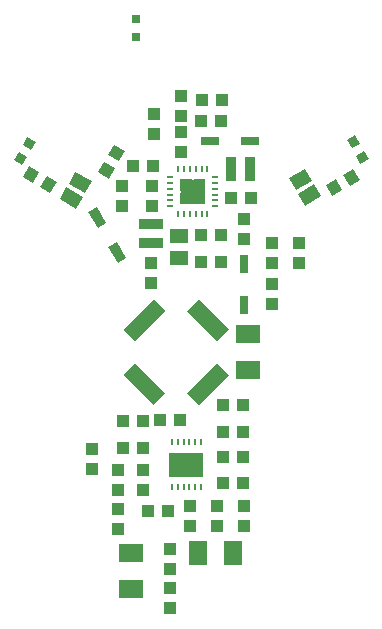
<source format=gbr>
G04 EAGLE Gerber RS-274X export*
G75*
%MOMM*%
%FSLAX34Y34*%
%LPD*%
%INSolderpaste Top*%
%IPPOS*%
%AMOC8*
5,1,8,0,0,1.08239X$1,22.5*%
G01*
%ADD10R,0.250000X0.600000*%
%ADD11R,3.000000X2.133600*%
%ADD12R,0.240000X0.600000*%
%ADD13R,0.600000X0.240000*%
%ADD14R,2.159000X2.159000*%
%ADD15R,1.100000X1.000000*%
%ADD16R,2.000000X1.500000*%
%ADD17R,1.000000X1.100000*%
%ADD18R,1.500000X2.000000*%
%ADD19R,3.600000X1.400000*%
%ADD20R,0.800000X1.600000*%
%ADD21R,0.800000X0.800000*%
%ADD22R,1.500000X1.300000*%
%ADD23R,1.600000X0.800000*%
%ADD24R,2.000000X0.850000*%
%ADD25R,0.850000X2.000000*%
%ADD26R,1.168400X1.600200*%
%ADD27R,0.800000X0.800000*%

G36*
X339022Y390035D02*
X339022Y390035D01*
X339024Y390034D01*
X339067Y390054D01*
X339111Y390072D01*
X339111Y390074D01*
X339113Y390075D01*
X339146Y390160D01*
X339146Y399100D01*
X339145Y399102D01*
X339146Y399104D01*
X339126Y399147D01*
X339108Y399191D01*
X339106Y399192D01*
X339105Y399193D01*
X339020Y399226D01*
X325920Y399226D01*
X325918Y399225D01*
X325916Y399226D01*
X325873Y399206D01*
X325829Y399188D01*
X325829Y399186D01*
X325827Y399185D01*
X325794Y399100D01*
X325794Y390160D01*
X325795Y390158D01*
X325794Y390156D01*
X325814Y390113D01*
X325832Y390069D01*
X325834Y390069D01*
X325835Y390067D01*
X325920Y390034D01*
X339020Y390034D01*
X339022Y390035D01*
G37*
G36*
X323922Y390035D02*
X323922Y390035D01*
X323924Y390034D01*
X323967Y390054D01*
X324011Y390072D01*
X324011Y390074D01*
X324013Y390075D01*
X324046Y390160D01*
X324046Y399100D01*
X324045Y399102D01*
X324046Y399104D01*
X324026Y399147D01*
X324008Y399191D01*
X324006Y399192D01*
X324005Y399193D01*
X323920Y399226D01*
X310820Y399226D01*
X310818Y399225D01*
X310816Y399226D01*
X310773Y399206D01*
X310729Y399188D01*
X310729Y399186D01*
X310727Y399185D01*
X310694Y399100D01*
X310694Y390160D01*
X310695Y390158D01*
X310694Y390156D01*
X310714Y390113D01*
X310732Y390069D01*
X310734Y390069D01*
X310735Y390067D01*
X310820Y390034D01*
X323920Y390034D01*
X323922Y390035D01*
G37*
G36*
X339022Y400975D02*
X339022Y400975D01*
X339024Y400974D01*
X339067Y400994D01*
X339111Y401012D01*
X339111Y401014D01*
X339113Y401015D01*
X339146Y401100D01*
X339146Y410040D01*
X339145Y410042D01*
X339146Y410044D01*
X339126Y410087D01*
X339108Y410131D01*
X339106Y410131D01*
X339105Y410133D01*
X339020Y410166D01*
X325920Y410166D01*
X325918Y410165D01*
X325916Y410166D01*
X325873Y410146D01*
X325829Y410128D01*
X325829Y410126D01*
X325827Y410125D01*
X325794Y410040D01*
X325794Y401100D01*
X325795Y401098D01*
X325794Y401096D01*
X325814Y401053D01*
X325832Y401009D01*
X325834Y401009D01*
X325835Y401007D01*
X325920Y400974D01*
X339020Y400974D01*
X339022Y400975D01*
G37*
G36*
X323922Y400975D02*
X323922Y400975D01*
X323924Y400974D01*
X323967Y400994D01*
X324011Y401012D01*
X324011Y401014D01*
X324013Y401015D01*
X324046Y401100D01*
X324046Y410040D01*
X324045Y410042D01*
X324046Y410044D01*
X324026Y410087D01*
X324008Y410131D01*
X324006Y410131D01*
X324005Y410133D01*
X323920Y410166D01*
X310820Y410166D01*
X310818Y410165D01*
X310816Y410166D01*
X310773Y410146D01*
X310729Y410128D01*
X310729Y410126D01*
X310727Y410125D01*
X310694Y410040D01*
X310694Y401100D01*
X310695Y401098D01*
X310694Y401096D01*
X310714Y401053D01*
X310732Y401009D01*
X310734Y401009D01*
X310735Y401007D01*
X310820Y400974D01*
X323920Y400974D01*
X323922Y400975D01*
G37*
G36*
X329202Y632065D02*
X329202Y632065D01*
X329204Y632064D01*
X329247Y632084D01*
X329291Y632102D01*
X329291Y632104D01*
X329293Y632105D01*
X329326Y632190D01*
X329326Y641760D01*
X329325Y641762D01*
X329326Y641764D01*
X329306Y641807D01*
X329288Y641851D01*
X329286Y641851D01*
X329285Y641853D01*
X329200Y641886D01*
X319630Y641886D01*
X319628Y641885D01*
X319626Y641886D01*
X319583Y641866D01*
X319539Y641848D01*
X319539Y641846D01*
X319537Y641845D01*
X319504Y641760D01*
X319504Y632190D01*
X319505Y632188D01*
X319504Y632186D01*
X319524Y632143D01*
X319542Y632099D01*
X319544Y632099D01*
X319545Y632097D01*
X319630Y632064D01*
X329200Y632064D01*
X329202Y632065D01*
G37*
G36*
X340772Y632065D02*
X340772Y632065D01*
X340774Y632064D01*
X340817Y632084D01*
X340861Y632102D01*
X340861Y632104D01*
X340863Y632105D01*
X340896Y632190D01*
X340896Y641760D01*
X340895Y641762D01*
X340896Y641764D01*
X340876Y641807D01*
X340858Y641851D01*
X340856Y641851D01*
X340855Y641853D01*
X340770Y641886D01*
X331200Y641886D01*
X331198Y641885D01*
X331196Y641886D01*
X331153Y641866D01*
X331109Y641848D01*
X331109Y641846D01*
X331107Y641845D01*
X331074Y641760D01*
X331074Y632190D01*
X331075Y632188D01*
X331074Y632186D01*
X331094Y632143D01*
X331112Y632099D01*
X331114Y632099D01*
X331115Y632097D01*
X331200Y632064D01*
X340770Y632064D01*
X340772Y632065D01*
G37*
G36*
X329202Y620495D02*
X329202Y620495D01*
X329204Y620494D01*
X329247Y620514D01*
X329291Y620532D01*
X329291Y620534D01*
X329293Y620535D01*
X329326Y620620D01*
X329326Y630190D01*
X329325Y630192D01*
X329326Y630194D01*
X329306Y630237D01*
X329288Y630281D01*
X329286Y630281D01*
X329285Y630283D01*
X329200Y630316D01*
X319630Y630316D01*
X319628Y630315D01*
X319626Y630316D01*
X319583Y630296D01*
X319539Y630278D01*
X319539Y630276D01*
X319537Y630275D01*
X319504Y630190D01*
X319504Y620620D01*
X319505Y620618D01*
X319504Y620616D01*
X319524Y620573D01*
X319542Y620529D01*
X319544Y620529D01*
X319545Y620527D01*
X319630Y620494D01*
X329200Y620494D01*
X329202Y620495D01*
G37*
G36*
X340772Y620495D02*
X340772Y620495D01*
X340774Y620494D01*
X340817Y620514D01*
X340861Y620532D01*
X340861Y620534D01*
X340863Y620535D01*
X340896Y620620D01*
X340896Y630190D01*
X340895Y630192D01*
X340896Y630194D01*
X340876Y630237D01*
X340858Y630281D01*
X340856Y630281D01*
X340855Y630283D01*
X340770Y630316D01*
X331200Y630316D01*
X331198Y630315D01*
X331196Y630316D01*
X331153Y630296D01*
X331109Y630278D01*
X331109Y630276D01*
X331107Y630275D01*
X331074Y630190D01*
X331074Y620620D01*
X331075Y620618D01*
X331074Y620616D01*
X331094Y620573D01*
X331112Y620529D01*
X331114Y620529D01*
X331115Y620527D01*
X331200Y620494D01*
X340770Y620494D01*
X340772Y620495D01*
G37*
D10*
X312420Y381100D03*
X317420Y381100D03*
X322420Y381100D03*
X327420Y381100D03*
X332420Y381100D03*
X337420Y381100D03*
X337420Y419100D03*
X332420Y419100D03*
X327420Y419100D03*
X322420Y419100D03*
X317420Y419100D03*
X312420Y419100D03*
D11*
X324920Y400100D03*
D12*
X317700Y612190D03*
X322700Y612190D03*
X327700Y612190D03*
X332700Y612190D03*
X337700Y612190D03*
X342700Y612190D03*
D13*
X349200Y618690D03*
X349200Y623690D03*
X349200Y628690D03*
X349200Y633690D03*
X349200Y638690D03*
X349200Y643690D03*
D12*
X342700Y650190D03*
X337700Y650190D03*
X332700Y650190D03*
X327700Y650190D03*
X322700Y650190D03*
X317700Y650190D03*
D13*
X311200Y643690D03*
X311200Y638690D03*
X311200Y633690D03*
X311200Y628690D03*
X311200Y623690D03*
X311200Y618690D03*
D14*
X330200Y631190D03*
D15*
X311150Y278520D03*
X311150Y295520D03*
D16*
X278130Y294880D03*
X278130Y324880D03*
D17*
X311150Y311540D03*
X311150Y328540D03*
D18*
X334250Y325120D03*
X364250Y325120D03*
D15*
X309490Y360680D03*
X292490Y360680D03*
X373380Y348370D03*
X373380Y365370D03*
X350520Y365370D03*
X350520Y348370D03*
X327660Y348370D03*
X327660Y365370D03*
X355990Y384810D03*
X372990Y384810D03*
D19*
G36*
X281582Y486107D02*
X307037Y460652D01*
X297138Y450753D01*
X271683Y476208D01*
X281582Y486107D01*
G37*
G36*
X360777Y476208D02*
X335322Y450753D01*
X325423Y460652D01*
X350878Y486107D01*
X360777Y476208D01*
G37*
G36*
X335322Y539847D02*
X360777Y514392D01*
X350878Y504493D01*
X325423Y529948D01*
X335322Y539847D01*
G37*
G36*
X307037Y529948D02*
X281582Y504493D01*
X271683Y514392D01*
X297138Y539847D01*
X307037Y529948D01*
G37*
D15*
X319650Y438150D03*
X302650Y438150D03*
X355990Y406400D03*
X372990Y406400D03*
D17*
X355990Y450850D03*
X372990Y450850D03*
X287900Y414020D03*
X270900Y414020D03*
D15*
X288290Y378850D03*
X288290Y395850D03*
X372990Y427990D03*
X355990Y427990D03*
D17*
X270900Y436880D03*
X287900Y436880D03*
D15*
X266700Y378850D03*
X266700Y395850D03*
D17*
X266700Y362830D03*
X266700Y345830D03*
X245110Y413630D03*
X245110Y396630D03*
D16*
X377190Y480300D03*
X377190Y510300D03*
D15*
X353940Y571500D03*
X336940Y571500D03*
D20*
X373380Y535450D03*
X373380Y569450D03*
D17*
X420370Y587620D03*
X420370Y570620D03*
D15*
X397510Y553330D03*
X397510Y536330D03*
D17*
X397510Y570620D03*
X397510Y587620D03*
D21*
X281940Y762120D03*
X281940Y777120D03*
D17*
X336940Y594360D03*
X353940Y594360D03*
D22*
X318770Y593700D03*
X318770Y574700D03*
D17*
X294640Y571110D03*
X294640Y554110D03*
D23*
G36*
X265775Y588566D02*
X273774Y574710D01*
X266845Y570710D01*
X258846Y584566D01*
X265775Y588566D01*
G37*
G36*
X248775Y618010D02*
X256774Y604154D01*
X249845Y600154D01*
X241846Y614010D01*
X248775Y618010D01*
G37*
D15*
X362340Y626110D03*
X379340Y626110D03*
X373380Y607940D03*
X373380Y590940D03*
D24*
X294640Y603880D03*
X294640Y587380D03*
D17*
X297180Y679840D03*
X297180Y696840D03*
D15*
X296790Y652780D03*
X279790Y652780D03*
D25*
X379090Y650240D03*
X362590Y650240D03*
D23*
X344950Y674370D03*
X378950Y674370D03*
D15*
X320040Y664600D03*
X320040Y681600D03*
D17*
X353940Y690880D03*
X336940Y690880D03*
D15*
X338210Y708660D03*
X355210Y708660D03*
D17*
G36*
X258607Y662371D02*
X263607Y671031D01*
X273133Y665531D01*
X268133Y656871D01*
X258607Y662371D01*
G37*
G36*
X250107Y647649D02*
X255107Y656309D01*
X264633Y650809D01*
X259633Y642149D01*
X250107Y647649D01*
G37*
X320040Y695080D03*
X320040Y712080D03*
D15*
X295910Y618880D03*
X295910Y635880D03*
D17*
X270510Y635880D03*
X270510Y618880D03*
D26*
G36*
X225100Y638001D02*
X230942Y648118D01*
X244800Y640117D01*
X238958Y630000D01*
X225100Y638001D01*
G37*
G36*
X217480Y624803D02*
X223322Y634920D01*
X237180Y626919D01*
X231338Y616802D01*
X217480Y624803D01*
G37*
D17*
G36*
X206441Y644363D02*
X215101Y639363D01*
X209601Y629837D01*
X200941Y634837D01*
X206441Y644363D01*
G37*
G36*
X191719Y652863D02*
X200379Y647863D01*
X194879Y638337D01*
X186219Y643337D01*
X191719Y652863D01*
G37*
D27*
G36*
X182746Y664449D02*
X189674Y660449D01*
X185674Y653521D01*
X178746Y657521D01*
X182746Y664449D01*
G37*
G36*
X190246Y677439D02*
X197174Y673439D01*
X193174Y666511D01*
X186246Y670511D01*
X190246Y677439D01*
G37*
D26*
G36*
X433268Y637460D02*
X439110Y627343D01*
X425252Y619342D01*
X419410Y629459D01*
X433268Y637460D01*
G37*
G36*
X425648Y650658D02*
X431490Y640541D01*
X417632Y632540D01*
X411790Y642657D01*
X425648Y650658D01*
G37*
D17*
G36*
X456919Y632297D02*
X448259Y627297D01*
X442759Y636823D01*
X451419Y641823D01*
X456919Y632297D01*
G37*
G36*
X471641Y640797D02*
X462981Y635797D01*
X457481Y645323D01*
X466141Y650323D01*
X471641Y640797D01*
G37*
D27*
G36*
X468186Y661719D02*
X475114Y665719D01*
X479114Y658791D01*
X472186Y654791D01*
X468186Y661719D01*
G37*
G36*
X460686Y674709D02*
X467614Y678709D01*
X471614Y671781D01*
X464686Y667781D01*
X460686Y674709D01*
G37*
M02*

</source>
